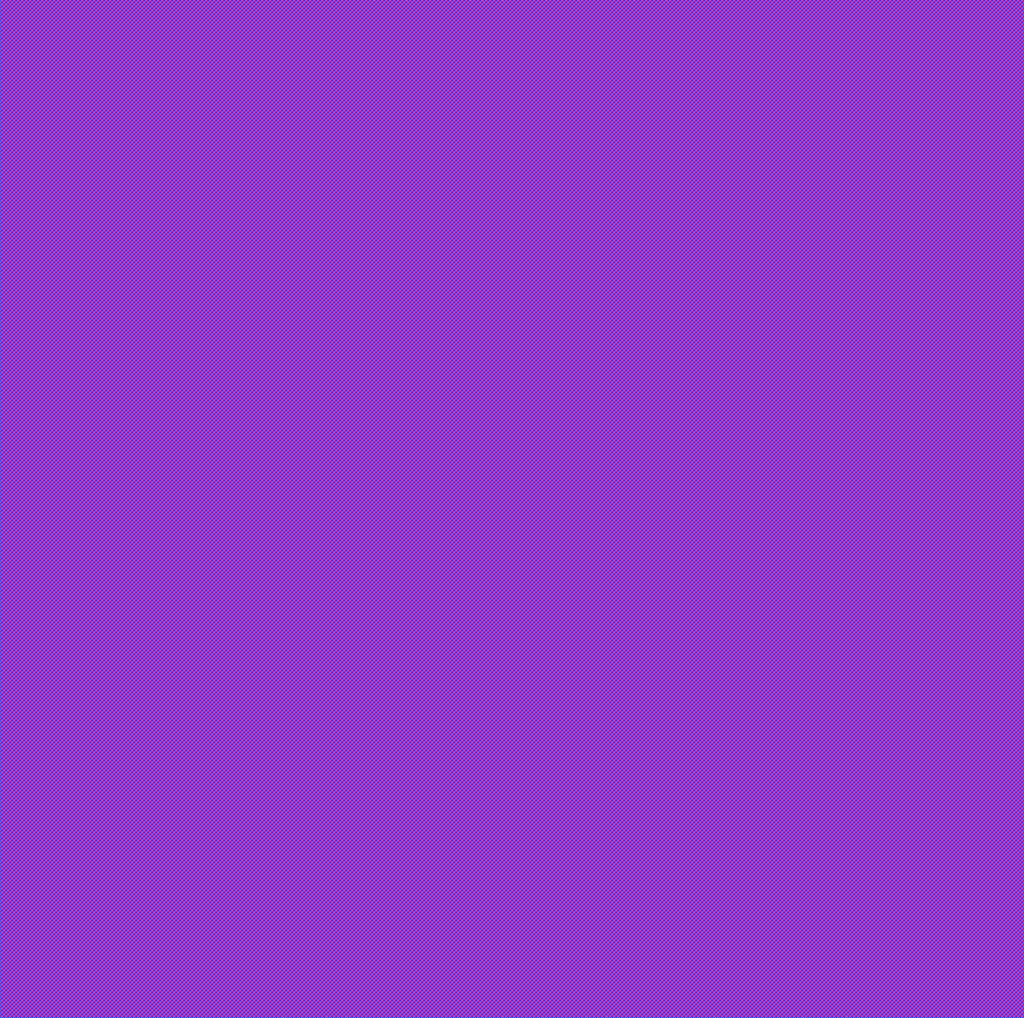
<source format=lef>
##
## LEF for PtnCells ;
## created by Encounter v09.10-p004_1 on Thu Nov 21 11:16:33 2013
##

VERSION 5.5 ;

NAMESCASESENSITIVE ON ;
BUSBITCHARS "[]" ;
DIVIDERCHAR "/" ;

UNITS
  DATABASE MICRONS 2000 ;
END UNITS

MACRO RegFile
  CLASS BLOCK ;
  SIZE 89.7750 BY 89.2600 ;
  FOREIGN RegFile 0.0000 0.0000 ;
  ORIGIN 0 0 ;
  SYMMETRY X Y R90 ;
  PIN addressA[4]
    DIRECTION INPUT ;
    USE SIGNAL ;
    PORT
      LAYER metal2 ;
        RECT 32.7400 89.1900 32.8100 89.2600 ;
    END
  END addressA[4]
  PIN addressA[3]
    DIRECTION INPUT ;
    USE SIGNAL ;
    PORT
      LAYER metal2 ;
        RECT 31.7900 89.1900 31.8600 89.2600 ;
    END
  END addressA[3]
  PIN addressA[2]
    DIRECTION INPUT ;
    USE SIGNAL ;
    PORT
      LAYER metal2 ;
        RECT 30.8400 89.1900 30.9100 89.2600 ;
    END
  END addressA[2]
  PIN addressA[1]
    DIRECTION INPUT ;
    USE SIGNAL ;
    PORT
      LAYER metal2 ;
        RECT 29.8900 89.1900 29.9600 89.2600 ;
    END
  END addressA[1]
  PIN addressA[0]
    DIRECTION INPUT ;
    USE SIGNAL ;
    PORT
      LAYER metal2 ;
        RECT 28.9400 89.1900 29.0100 89.2600 ;
    END
  END addressA[0]
  PIN addressB[4]
    DIRECTION INPUT ;
    USE SIGNAL ;
    PORT
      LAYER metal2 ;
        RECT 37.4900 89.1900 37.5600 89.2600 ;
    END
  END addressB[4]
  PIN addressB[3]
    DIRECTION INPUT ;
    USE SIGNAL ;
    PORT
      LAYER metal2 ;
        RECT 36.5400 89.1900 36.6100 89.2600 ;
    END
  END addressB[3]
  PIN addressB[2]
    DIRECTION INPUT ;
    USE SIGNAL ;
    PORT
      LAYER metal2 ;
        RECT 35.5900 89.1900 35.6600 89.2600 ;
    END
  END addressB[2]
  PIN addressB[1]
    DIRECTION INPUT ;
    USE SIGNAL ;
    PORT
      LAYER metal2 ;
        RECT 34.6400 89.1900 34.7100 89.2600 ;
    END
  END addressB[1]
  PIN addressB[0]
    DIRECTION INPUT ;
    USE SIGNAL ;
    PORT
      LAYER metal2 ;
        RECT 33.6900 89.1900 33.7600 89.2600 ;
    END
  END addressB[0]
  PIN dataIn[15]
    DIRECTION INPUT ;
    USE SIGNAL ;
    PORT
      LAYER metal2 ;
        RECT 52.6900 89.1900 52.7600 89.2600 ;
    END
  END dataIn[15]
  PIN dataIn[14]
    DIRECTION INPUT ;
    USE SIGNAL ;
    PORT
      LAYER metal2 ;
        RECT 51.7400 89.1900 51.8100 89.2600 ;
    END
  END dataIn[14]
  PIN dataIn[13]
    DIRECTION INPUT ;
    USE SIGNAL ;
    PORT
      LAYER metal2 ;
        RECT 50.7900 89.1900 50.8600 89.2600 ;
    END
  END dataIn[13]
  PIN dataIn[12]
    DIRECTION INPUT ;
    USE SIGNAL ;
    PORT
      LAYER metal2 ;
        RECT 49.8400 89.1900 49.9100 89.2600 ;
    END
  END dataIn[12]
  PIN dataIn[11]
    DIRECTION INPUT ;
    USE SIGNAL ;
    PORT
      LAYER metal2 ;
        RECT 48.8900 89.1900 48.9600 89.2600 ;
    END
  END dataIn[11]
  PIN dataIn[10]
    DIRECTION INPUT ;
    USE SIGNAL ;
    PORT
      LAYER metal2 ;
        RECT 47.9400 89.1900 48.0100 89.2600 ;
    END
  END dataIn[10]
  PIN dataIn[9]
    DIRECTION INPUT ;
    USE SIGNAL ;
    PORT
      LAYER metal2 ;
        RECT 62.7600 0.0000 62.8300 0.0700 ;
    END
  END dataIn[9]
  PIN dataIn[8]
    DIRECTION INPUT ;
    USE SIGNAL ;
    PORT
      LAYER metal2 ;
        RECT 46.0400 89.1900 46.1100 89.2600 ;
    END
  END dataIn[8]
  PIN dataIn[7]
    DIRECTION INPUT ;
    USE SIGNAL ;
    PORT
      LAYER metal2 ;
        RECT 45.0900 89.1900 45.1600 89.2600 ;
    END
  END dataIn[7]
  PIN dataIn[6]
    DIRECTION INPUT ;
    USE SIGNAL ;
    PORT
      LAYER metal2 ;
        RECT 44.1400 89.1900 44.2100 89.2600 ;
    END
  END dataIn[6]
  PIN dataIn[5]
    DIRECTION INPUT ;
    USE SIGNAL ;
    PORT
      LAYER metal2 ;
        RECT 43.1900 89.1900 43.2600 89.2600 ;
    END
  END dataIn[5]
  PIN dataIn[4]
    DIRECTION INPUT ;
    USE SIGNAL ;
    PORT
      LAYER metal2 ;
        RECT 42.2400 89.1900 42.3100 89.2600 ;
    END
  END dataIn[4]
  PIN dataIn[3]
    DIRECTION INPUT ;
    USE SIGNAL ;
    PORT
      LAYER metal2 ;
        RECT 41.2900 89.1900 41.3600 89.2600 ;
    END
  END dataIn[3]
  PIN dataIn[2]
    DIRECTION INPUT ;
    USE SIGNAL ;
    PORT
      LAYER metal2 ;
        RECT 40.3400 89.1900 40.4100 89.2600 ;
    END
  END dataIn[2]
  PIN dataIn[1]
    DIRECTION INPUT ;
    USE SIGNAL ;
    PORT
      LAYER metal2 ;
        RECT 39.3900 89.1900 39.4600 89.2600 ;
    END
  END dataIn[1]
  PIN dataIn[0]
    DIRECTION INPUT ;
    USE SIGNAL ;
    PORT
      LAYER metal2 ;
        RECT 38.4400 89.1900 38.5100 89.2600 ;
    END
  END dataIn[0]
  PIN addressIn[4]
    DIRECTION INPUT ;
    USE SIGNAL ;
    PORT
      LAYER metal2 ;
        RECT 57.4400 89.1900 57.5100 89.2600 ;
    END
  END addressIn[4]
  PIN addressIn[3]
    DIRECTION INPUT ;
    USE SIGNAL ;
    PORT
      LAYER metal2 ;
        RECT 56.4900 89.1900 56.5600 89.2600 ;
    END
  END addressIn[3]
  PIN addressIn[2]
    DIRECTION INPUT ;
    USE SIGNAL ;
    PORT
      LAYER metal2 ;
        RECT 55.5400 89.1900 55.6100 89.2600 ;
    END
  END addressIn[2]
  PIN addressIn[1]
    DIRECTION INPUT ;
    USE SIGNAL ;
    PORT
      LAYER metal2 ;
        RECT 54.5900 89.1900 54.6600 89.2600 ;
    END
  END addressIn[1]
  PIN addressIn[0]
    DIRECTION INPUT ;
    USE SIGNAL ;
    PORT
      LAYER metal2 ;
        RECT 53.6400 89.1900 53.7100 89.2600 ;
    END
  END addressIn[0]
  PIN clk
    DIRECTION INPUT ;
    USE SIGNAL ;
    PORT
      LAYER metal2 ;
        RECT 58.3900 89.1900 58.4600 89.2600 ;
    END
  END clk
  PIN reset
    DIRECTION INPUT ;
    USE SIGNAL ;
    PORT
      LAYER metal2 ;
        RECT 59.3400 89.1900 59.4100 89.2600 ;
    END
  END reset
  PIN write
    DIRECTION INPUT ;
    USE SIGNAL ;
    PORT
      LAYER metal2 ;
        RECT 60.2900 89.1900 60.3600 89.2600 ;
    END
  END write
  PIN outA[15]
    DIRECTION OUTPUT ;
    USE SIGNAL ;
    PORT
      LAYER metal2 ;
        RECT 43.7600 0.0000 43.8300 0.0700 ;
    END
  END outA[15]
  PIN outA[14]
    DIRECTION OUTPUT ;
    USE SIGNAL ;
    PORT
      LAYER metal2 ;
        RECT 41.8600 0.0000 41.9300 0.0700 ;
    END
  END outA[14]
  PIN outA[13]
    DIRECTION OUTPUT ;
    USE SIGNAL ;
    PORT
      LAYER metal2 ;
        RECT 39.9600 0.0000 40.0300 0.0700 ;
    END
  END outA[13]
  PIN outA[12]
    DIRECTION OUTPUT ;
    USE SIGNAL ;
    PORT
      LAYER metal2 ;
        RECT 38.0600 0.0000 38.1300 0.0700 ;
    END
  END outA[12]
  PIN outA[11]
    DIRECTION OUTPUT ;
    USE SIGNAL ;
    PORT
      LAYER metal2 ;
        RECT 36.1600 0.0000 36.2300 0.0700 ;
    END
  END outA[11]
  PIN outA[10]
    DIRECTION OUTPUT ;
    USE SIGNAL ;
    PORT
      LAYER metal2 ;
        RECT 34.2600 0.0000 34.3300 0.0700 ;
    END
  END outA[10]
  PIN outA[9]
    DIRECTION OUTPUT ;
    USE SIGNAL ;
    PORT
      LAYER metal2 ;
        RECT 32.3600 0.0000 32.4300 0.0700 ;
    END
  END outA[9]
  PIN outA[8]
    DIRECTION OUTPUT ;
    USE SIGNAL ;
    PORT
      LAYER metal2 ;
        RECT 30.4600 0.0000 30.5300 0.0700 ;
    END
  END outA[8]
  PIN outA[7]
    DIRECTION OUTPUT ;
    USE SIGNAL ;
    PORT
      LAYER metal2 ;
        RECT 28.5600 0.0000 28.6300 0.0700 ;
    END
  END outA[7]
  PIN outA[6]
    DIRECTION OUTPUT ;
    USE SIGNAL ;
    PORT
      LAYER metal2 ;
        RECT 26.6600 0.0000 26.7300 0.0700 ;
    END
  END outA[6]
  PIN outA[5]
    DIRECTION OUTPUT ;
    USE SIGNAL ;
    PORT
      LAYER metal2 ;
        RECT 24.7600 0.0000 24.8300 0.0700 ;
    END
  END outA[5]
  PIN outA[4]
    DIRECTION OUTPUT ;
    USE SIGNAL ;
    PORT
      LAYER metal2 ;
        RECT 22.8600 0.0000 22.9300 0.0700 ;
    END
  END outA[4]
  PIN outA[3]
    DIRECTION OUTPUT ;
    USE SIGNAL ;
    PORT
      LAYER metal2 ;
        RECT 20.9600 0.0000 21.0300 0.0700 ;
    END
  END outA[3]
  PIN outA[2]
    DIRECTION OUTPUT ;
    USE SIGNAL ;
    PORT
      LAYER metal2 ;
        RECT 19.0600 0.0000 19.1300 0.0700 ;
    END
  END outA[2]
  PIN outA[1]
    DIRECTION OUTPUT ;
    USE SIGNAL ;
    PORT
      LAYER metal2 ;
        RECT 17.1600 0.0000 17.2300 0.0700 ;
    END
  END outA[1]
  PIN outA[0]
    DIRECTION OUTPUT ;
    USE SIGNAL ;
    PORT
      LAYER metal2 ;
        RECT 15.2600 0.0000 15.3300 0.0700 ;
    END
  END outA[0]
  PIN outB[15]
    DIRECTION OUTPUT ;
    USE SIGNAL ;
    PORT
      LAYER metal2 ;
        RECT 74.1600 0.0000 74.2300 0.0700 ;
    END
  END outB[15]
  PIN outB[14]
    DIRECTION OUTPUT ;
    USE SIGNAL ;
    PORT
      LAYER metal2 ;
        RECT 72.2600 0.0000 72.3300 0.0700 ;
    END
  END outB[14]
  PIN outB[13]
    DIRECTION OUTPUT ;
    USE SIGNAL ;
    PORT
      LAYER metal2 ;
        RECT 70.3600 0.0000 70.4300 0.0700 ;
    END
  END outB[13]
  PIN outB[12]
    DIRECTION OUTPUT ;
    USE SIGNAL ;
    PORT
      LAYER metal2 ;
        RECT 68.4600 0.0000 68.5300 0.0700 ;
    END
  END outB[12]
  PIN outB[11]
    DIRECTION OUTPUT ;
    USE SIGNAL ;
    PORT
      LAYER metal2 ;
        RECT 66.5600 0.0000 66.6300 0.0700 ;
    END
  END outB[11]
  PIN outB[10]
    DIRECTION OUTPUT ;
    USE SIGNAL ;
    PORT
      LAYER metal2 ;
        RECT 64.6600 0.0000 64.7300 0.0700 ;
    END
  END outB[10]
  PIN outB[9]
    DIRECTION OUTPUT ;
    USE SIGNAL ;
    PORT
      LAYER metal2 ;
        RECT 44.1400 0.0000 44.2100 0.0700 ;
    END
  END outB[9]
  PIN outB[8]
    DIRECTION OUTPUT ;
    USE SIGNAL ;
    PORT
      LAYER metal2 ;
        RECT 60.8600 0.0000 60.9300 0.0700 ;
    END
  END outB[8]
  PIN outB[7]
    DIRECTION OUTPUT ;
    USE SIGNAL ;
    PORT
      LAYER metal2 ;
        RECT 58.9600 0.0000 59.0300 0.0700 ;
    END
  END outB[7]
  PIN outB[6]
    DIRECTION OUTPUT ;
    USE SIGNAL ;
    PORT
      LAYER metal2 ;
        RECT 57.0600 0.0000 57.1300 0.0700 ;
    END
  END outB[6]
  PIN outB[5]
    DIRECTION OUTPUT ;
    USE SIGNAL ;
    PORT
      LAYER metal2 ;
        RECT 55.1600 0.0000 55.2300 0.0700 ;
    END
  END outB[5]
  PIN outB[4]
    DIRECTION OUTPUT ;
    USE SIGNAL ;
    PORT
      LAYER metal2 ;
        RECT 53.2600 0.0000 53.3300 0.0700 ;
    END
  END outB[4]
  PIN outB[3]
    DIRECTION OUTPUT ;
    USE SIGNAL ;
    PORT
      LAYER metal2 ;
        RECT 51.3600 0.0000 51.4300 0.0700 ;
    END
  END outB[3]
  PIN outB[2]
    DIRECTION OUTPUT ;
    USE SIGNAL ;
    PORT
      LAYER metal2 ;
        RECT 49.4600 0.0000 49.5300 0.0700 ;
    END
  END outB[2]
  PIN outB[1]
    DIRECTION OUTPUT ;
    USE SIGNAL ;
    PORT
      LAYER metal2 ;
        RECT 47.5600 0.0000 47.6300 0.0700 ;
    END
  END outB[1]
  PIN outB[0]
    DIRECTION OUTPUT ;
    USE SIGNAL ;
    PORT
      LAYER metal2 ;
        RECT 45.6600 0.0000 45.7300 0.0700 ;
    END
  END outB[0]
  PIN VDD
    DIRECTION INOUT ;
    USE POWER ;
    PORT
      LAYER metal10 ;
        RECT 2.3800 0.0000 3.1800 0.8000 ;
    END
    PORT
      LAYER metal10 ;
        RECT 2.3800 88.4600 3.1800 89.2600 ;
    END
    PORT
      LAYER metal10 ;
        RECT 86.6900 0.0000 87.4900 0.8000 ;
    END
    PORT
      LAYER metal10 ;
        RECT 86.6900 88.4600 87.4900 89.2600 ;
    END
  END VDD
  PIN VSS
    DIRECTION INOUT ;
    USE GROUND ;
    PORT
      LAYER metal10 ;
        RECT 0.7800 0.0000 1.5800 0.8000 ;
    END
    PORT
      LAYER metal10 ;
        RECT 0.7800 88.4600 1.5800 89.2600 ;
    END
    PORT
      LAYER metal10 ;
        RECT 88.2900 0.0000 89.0900 0.8000 ;
    END
    PORT
      LAYER metal10 ;
        RECT 88.2900 88.4600 89.0900 89.2600 ;
    END
  END VSS
  OBS
    LAYER metal1 ;
      RECT 0.0000 0.0000 89.7750 89.2600 ;
    LAYER metal2 ;
      RECT 60.4300 89.1200 89.7750 89.2600 ;
      RECT 59.4800 89.1200 60.2200 89.2600 ;
      RECT 58.5300 89.1200 59.2700 89.2600 ;
      RECT 57.5800 89.1200 58.3200 89.2600 ;
      RECT 56.6300 89.1200 57.3700 89.2600 ;
      RECT 55.6800 89.1200 56.4200 89.2600 ;
      RECT 54.7300 89.1200 55.4700 89.2600 ;
      RECT 53.7800 89.1200 54.5200 89.2600 ;
      RECT 52.8300 89.1200 53.5700 89.2600 ;
      RECT 51.8800 89.1200 52.6200 89.2600 ;
      RECT 50.9300 89.1200 51.6700 89.2600 ;
      RECT 49.9800 89.1200 50.7200 89.2600 ;
      RECT 49.0300 89.1200 49.7700 89.2600 ;
      RECT 48.0800 89.1200 48.8200 89.2600 ;
      RECT 46.1800 89.1200 47.8700 89.2600 ;
      RECT 45.2300 89.1200 45.9700 89.2600 ;
      RECT 44.2800 89.1200 45.0200 89.2600 ;
      RECT 43.3300 89.1200 44.0700 89.2600 ;
      RECT 42.3800 89.1200 43.1200 89.2600 ;
      RECT 41.4300 89.1200 42.1700 89.2600 ;
      RECT 40.4800 89.1200 41.2200 89.2600 ;
      RECT 39.5300 89.1200 40.2700 89.2600 ;
      RECT 38.5800 89.1200 39.3200 89.2600 ;
      RECT 37.6300 89.1200 38.3700 89.2600 ;
      RECT 36.6800 89.1200 37.4200 89.2600 ;
      RECT 35.7300 89.1200 36.4700 89.2600 ;
      RECT 34.7800 89.1200 35.5200 89.2600 ;
      RECT 33.8300 89.1200 34.5700 89.2600 ;
      RECT 32.8800 89.1200 33.6200 89.2600 ;
      RECT 31.9300 89.1200 32.6700 89.2600 ;
      RECT 30.9800 89.1200 31.7200 89.2600 ;
      RECT 30.0300 89.1200 30.7700 89.2600 ;
      RECT 29.0800 89.1200 29.8200 89.2600 ;
      RECT 0.0000 89.1200 28.8700 89.2600 ;
      RECT 0.0000 0.1400 89.7750 89.1200 ;
      RECT 74.3000 0.0000 89.7750 0.1400 ;
      RECT 72.4000 0.0000 74.0900 0.1400 ;
      RECT 70.5000 0.0000 72.1900 0.1400 ;
      RECT 68.6000 0.0000 70.2900 0.1400 ;
      RECT 66.7000 0.0000 68.3900 0.1400 ;
      RECT 64.8000 0.0000 66.4900 0.1400 ;
      RECT 62.9000 0.0000 64.5900 0.1400 ;
      RECT 61.0000 0.0000 62.6900 0.1400 ;
      RECT 59.1000 0.0000 60.7900 0.1400 ;
      RECT 57.2000 0.0000 58.8900 0.1400 ;
      RECT 55.3000 0.0000 56.9900 0.1400 ;
      RECT 53.4000 0.0000 55.0900 0.1400 ;
      RECT 51.5000 0.0000 53.1900 0.1400 ;
      RECT 49.6000 0.0000 51.2900 0.1400 ;
      RECT 47.7000 0.0000 49.3900 0.1400 ;
      RECT 45.8000 0.0000 47.4900 0.1400 ;
      RECT 44.2800 0.0000 45.5900 0.1400 ;
      RECT 43.9000 0.0000 44.0700 0.1400 ;
      RECT 42.0000 0.0000 43.6900 0.1400 ;
      RECT 40.1000 0.0000 41.7900 0.1400 ;
      RECT 38.2000 0.0000 39.8900 0.1400 ;
      RECT 36.3000 0.0000 37.9900 0.1400 ;
      RECT 34.4000 0.0000 36.0900 0.1400 ;
      RECT 32.5000 0.0000 34.1900 0.1400 ;
      RECT 30.6000 0.0000 32.2900 0.1400 ;
      RECT 28.7000 0.0000 30.3900 0.1400 ;
      RECT 26.8000 0.0000 28.4900 0.1400 ;
      RECT 24.9000 0.0000 26.5900 0.1400 ;
      RECT 23.0000 0.0000 24.6900 0.1400 ;
      RECT 21.1000 0.0000 22.7900 0.1400 ;
      RECT 19.2000 0.0000 20.8900 0.1400 ;
      RECT 17.3000 0.0000 18.9900 0.1400 ;
      RECT 15.4000 0.0000 17.0900 0.1400 ;
      RECT 0.0000 0.0000 15.1900 0.1400 ;
    LAYER metal3 ;
      RECT 0.0000 0.0000 89.7750 89.2600 ;
    LAYER metal4 ;
      RECT 0.0000 0.0000 89.7750 89.2600 ;
    LAYER metal5 ;
      RECT 0.0000 0.0000 89.7750 89.2600 ;
    LAYER metal6 ;
      RECT 0.0000 0.0000 89.7750 89.2600 ;
    LAYER metal7 ;
      RECT 0.0000 0.0000 89.7750 89.2600 ;
    LAYER metal8 ;
      RECT 0.0000 0.0000 89.7750 89.2600 ;
    LAYER metal9 ;
      RECT 0.0000 0.0000 89.7750 89.2600 ;
    LAYER metal10 ;
      RECT 3.9800 87.6600 85.8900 89.2600 ;
      RECT 0.0000 1.6000 89.7750 87.6600 ;
      RECT 3.9800 0.0000 85.8900 1.6000 ;
  END
END RegFile

END LIBRARY

</source>
